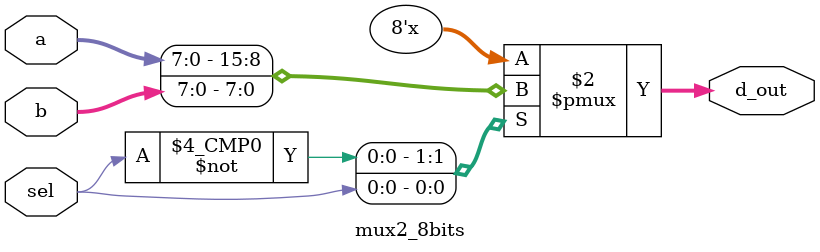
<source format=v>
module mux2_8bits(a,b,sel,d_out); // this module means 8 bits 2 to 1 multiplexer
input [7:0] a,b; // define 8 bits input a,b
input sel; // define input sel
output reg [7:0] d_out; // define 8 bits output and reg d_out

always @ (sel, a, b) // Calculate the d_out through the case statement
	begin // it means 1 time loop, begin - end means { }
		case(sel)
		1'b0: d_out <= a;
		1'b1: d_out <= b;
		default: d_out <= 8'bx; // To prevent the problem of latch
		endcase // end of case 
	end
	
endmodule // end of module

// The above command is if(sel) and assign a:b? a: same as b
</source>
